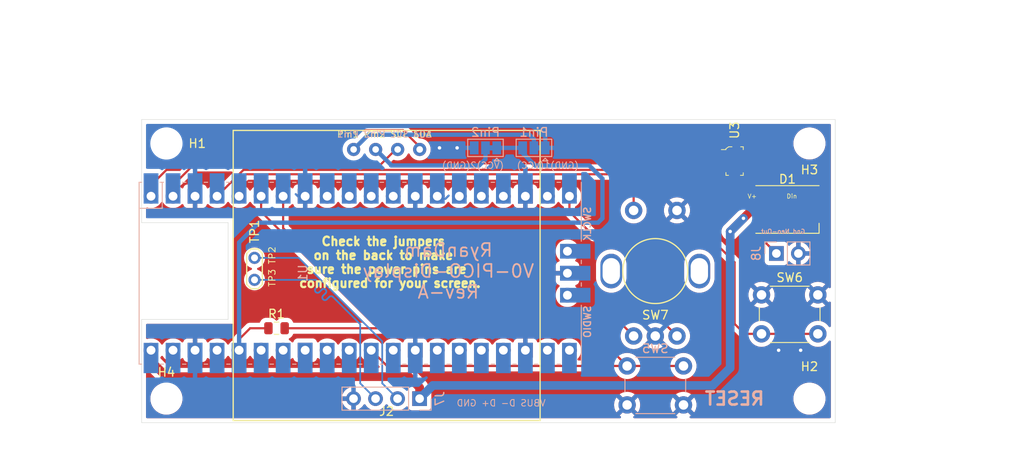
<source format=kicad_pcb>
(kicad_pcb (version 20211014) (generator pcbnew)
  (layers (0 "F.Cu" signal) (31 "B.Cu" signal) (34 "B.Paste" user) (35 "F.Paste" user) (36 "B.SilkS" user "B.Silkscreen") (37 "F.SilkS" user "F.Silkscreen") (38 "B.Mask" user) (39 "F.Mask" user) (44 "Edge.Cuts" user))
  (net 0 "")
  (net 1 "GND")
  (net 2 "VBUS")
  (net 3 "+3V3")
  (net 4 "D+")
  (net 5 "D-")
  (net 6 "SDA")
  (net 7 "SCL")
  (net 8 "SWDCLK")
  (net 9 "SWDIO")
  (net 10 "Net-(D1-Pad4)")
  (net 11 "Kill_Switch")
  (net 12 "NeoPixel")
  (net 13 "~{Reset}")
  (net 14 "Net-(D1-Pad2)")
  (net 15 "Pin2")
  (net 16 "Pin1")
  (net 17 "Encoder_Switch")
  (net 18 "Encoder_B")
  (net 19 "Encoder_A")
  (net 21 "unconnected-(U1-Pad14)")
  (footprint "MountingHole:MountingHole_2.7mm_M2.5" (layer "F.Cu") (at 162.2 81.882)
    (fp_text reference "H2" (at 0 -3.7) (layer "F.SilkS"))
    (fp_text value "MountingHole")
    (pad "" np_thru_hole circle (at 0 0) (size 2.7 2.7) (drill 2.7) (layers *.Cu *.Mask))
  )
  (footprint "MountingHole:MountingHole_2.7mm_M2.5" (layer "F.Cu") (at 162.2 52.418)
    (fp_text reference "H3" (at 0 3.048) (layer "F.SilkS"))
    (fp_text value "MountingHole")
    (pad "" np_thru_hole circle (at 0 0) (size 2.7 2.7) (drill 2.7) (layers *.Cu *.Mask))
  )
  (footprint "V0-Display:SW_PUSH_6mm" (layer "F.Cu") (at 156.67 69.9)
    (fp_text reference "SW6" (at 3.25 -2) (layer "F.SilkS"))
    (fp_text value "SW_SPST")
    (fp_line (start 6.75 3) (end 6.75 1.5) (layer "F.SilkS") (width 0.12))
    (fp_line (start -0.25 1.5) (end -0.25 3) (layer "F.SilkS") (width 0.12))
    (fp_line (start 5.5 -1) (end 1 -1) (layer "F.SilkS") (width 0.12))
    (fp_line (start 1 5.5) (end 5.5 5.5) (layer "F.SilkS") (width 0.12))
    (pad "1" thru_hole circle locked (at 0 0 90) (size 2 2) (drill 1.1) (layers *.Cu *.Mask) (net 1 "GND"))
    (pad "1" thru_hole circle locked (at 6.5 0 90) (size 2 2) (drill 1.1) (layers *.Cu *.Mask) (net 1 "GND"))
    (pad "2" thru_hole circle locked (at 6.5 4.5 90) (size 2 2) (drill 1.1) (layers *.Cu *.Mask) (net 11 "Kill_Switch"))
    (pad "2" thru_hole circle locked (at 0 4.5 90) (size 2 2) (drill 1.1) (layers *.Cu *.Mask) (net 11 "Kill_Switch"))
  )
  (footprint "V0-Display:EN11_Encoder" (layer "F.Cu") (at 144.42 67.15)
    (fp_text reference "SW7" (at 0 5.08) (layer "F.SilkS"))
    (fp_text value "Rotary_Encoder_Switch")
    (fp_circle (center 0 0) (end 3.75 0) (layer "F.SilkS") (width 0.15) (fill none))
    (pad "A" thru_hole circle locked (at -2.5 7.5) (size 2 2) (drill 1.1) (layers *.Cu *.Mask) (net 19 "Encoder_A"))
    (pad "B" thru_hole circle locked (at 2.5 7.5) (size 2 2) (drill 1.1) (layers *.Cu *.Mask) (net 18 "Encoder_B"))
    (pad "C" thru_hole circle locked (at 0 7.5) (size 2 2) (drill 1.1) (layers *.Cu *.Mask) (net 1 "GND"))
    (pad "MP" thru_hole oval locked (at 5.08 0 180) (size 2.5 4) (drill oval 2 3) (layers *.Cu *.Mask))
    (pad "MP" thru_hole oval locked (at -5.08 0) (size 2.5 4) (drill oval 2 3) (layers *.Cu *.Mask))
    (pad "S1" thru_hole circle locked (at -2.5 -7) (size 2 2) (drill 1.1) (layers *.Cu *.Mask) (net 17 "Encoder_Switch"))
    (pad "S2" thru_hole circle locked (at 2.5 -7) (size 2 2) (drill 1.1) (layers *.Cu *.Mask) (net 1 "GND"))
  )
  (footprint "MountingHole:MountingHole_2.7mm_M2.5" (layer "F.Cu") (at 88.032 81.882)
    (fp_text reference "H4" (at 0 -3.048) (layer "F.SilkS"))
    (fp_text value "MountingHole")
    (pad "" np_thru_hole circle (at 0 0) (size 2.7 2.7) (drill 2.7) (layers *.Cu *.Mask))
  )
  (footprint "MountingHole:MountingHole_2.7mm_M2.5" (layer "F.Cu") (at 88.032 52.418)
    (fp_text reference "H1" (at 3.556 0) (layer "F.SilkS"))
    (fp_text value "MountingHole")
    (pad "" np_thru_hole circle (at 0 0) (size 2.7 2.7) (drill 2.7) (layers *.Cu *.Mask))
  )
  (footprint "V0-Display:LED_WS2812B_PLCC4_5.0x5.0mm_P3.2mm" (layer "F.Cu") (at 159.66 60.038)
    (fp_text reference "D1" (at 0 -3.5) (layer "F.SilkS"))
    (fp_text value "WS2812B")
    (fp_line (start -3.65 2.75) (end 3.65 2.75) (layer "F.SilkS") (width 0.12))
    (fp_line (start -3.65 -2.75) (end 3.65 -2.75) (layer "F.SilkS") (width 0.12))
    (fp_line (start 3.65 2.75) (end 3.65 1.6) (layer "F.SilkS") (width 0.12))
    (pad "1" smd rect locked (at -2.45 -1.6) (size 1.5 1) (layers "F.Cu" "F.Paste" "F.Mask") (net 2 "VBUS"))
    (pad "2" smd rect locked (at -2.45 1.6) (size 1.5 1) (layers "F.Cu" "F.Paste" "F.Mask") (net 14 "Net-(D1-Pad2)"))
    (pad "3" smd rect locked (at 2.45 1.6) (size 1.5 1) (layers "F.Cu" "F.Paste" "F.Mask") (net 1 "GND"))
    (pad "4" smd rect locked (at 2.45 -1.6) (size 1.5 1) (layers "F.Cu" "F.Paste" "F.Mask") (net 10 "Net-(D1-Pad4)"))
  )
  (footprint "TestPoint:TestPoint_2Pads_Pitch2.54mm_Drill0.8mm" (layer "F.Cu") (at 98.192 65.626 -90)
    (fp_text reference "TP1" (at -3.048 0 90) (layer "F.SilkS"))
    (fp_text value "SerialPad")
    (fp_line (start 3.07 -0.9) (end 3.57 -0.4) (layer "F.SilkS") (width 0.15))
    (fp_line (start 3.07 0.9) (end -0.53 0.9) (layer "F.SilkS") (width 0.15))
    (fp_line (start -0.53 -0.9) (end 3.07 -0.9) (layer "F.SilkS") (width 0.15))
    (fp_line (start -1.03 0.4) (end -1.03 -0.4) (layer "F.SilkS") (width 0.15))
    (fp_line (start 3.57 -0.4) (end 3.57 0.4) (layer "F.SilkS") (width 0.15))
    (fp_line (start -0.53 0.9) (end -1.03 0.4) (layer "F.SilkS") (width 0.15))
    (fp_line (start 3.57 0.4) (end 3.07 0.9) (layer "F.SilkS") (width 0.15))
    (fp_line (start -1.03 -0.4) (end -0.53 -0.9) (layer "F.SilkS") (width 0.15))
    (pad "1" thru_hole circle (at 0 0 270) (size 1.4 1.4) (drill 0.8) (layers *.Cu *.Mask) (net 5 "D-"))
    (pad "2" thru_hole circle (at 2.54 0 270) (size 1.4 1.4) (drill 0.8) (layers *.Cu *.Mask) (net 4 "D+"))
  )
  (footprint "V0-Display:SOT-753" (layer "F.Cu") (at 153.564 54.45 -90)
    (fp_text reference "U3" (at -3.556 0 90) (layer "F.SilkS"))
    (fp_text value "74LVC1G17")
    (fp_line (start -1.325 -1) (end -1.65 -1) (layer "F.SilkS") (width 0.1))
    (fp_line (start -1.65 -1) (end -1.65 -0.7) (layer "F.SilkS") (width 0.1))
    (fp_line (start -1.65 0.675) (end -1.425 1) (layer "F.SilkS") (width 0.1))
    (fp_line (start -1.425 1) (end -1.325 1) (layer "F.SilkS") (width 0.1))
    (fp_line (start 1.65 1) (end 1.65 0.7) (layer "F.SilkS") (width 0.1))
    (fp_line (start 1.65 -1) (end 1.65 -0.675) (layer "F.SilkS") (width 0.1))
    (fp_line (start 1.325 1) (end 1.65 1) (layer "F.SilkS") (width 0.1))
    (fp_line (start -1.65 0.675) (end -1.65 0.3) (layer "F.SilkS") (width 0.1))
    (fp_line (start -1.325 1) (end -1.325 1.525) (layer "F.SilkS") (width 0.1))
    (fp_line (start 1.35 -1) (end 1.65 -1) (layer "F.SilkS") (width 0.1))
    (pad "1" smd rect locked (at -0.95 1.35 270) (size 0.6 1.05) (layers "F.Cu" "F.Paste" "F.Mask"))
    (pad "2" smd rect locked (at 0 1.35 270) (size 0.6 1.05) (layers "F.Cu" "F.Paste" "F.Mask") (net 12 "NeoPixel"))
    (pad "3" smd rect locked (at 0.95 1.35 270) (size 0.6 1.05) (layers "F.Cu" "F.Paste" "F.Mask") (net 1 "GND"))
    (pad "4" smd rect locked (at 0.95 -1.35 270) (size 0.6 1.05) (layers "F.Cu" "F.Paste" "F.Mask") (net 10 "Net-(D1-Pad4)"))
    (pad "5" smd rect locked (at -0.95 -1.35 270) (size 0.6 1.05) (layers "F.Cu" "F.Paste" "F.Mask") (net 2 "VBUS"))
  )
  (footprint "V0-Display:1pt3in_OLED" (layer "F.Cu") (at 113.432 53.108)
    (fp_text reference "J2" (at 0 30.25) (layer "F.SilkS"))
    (fp_text value "I2C Header 1")
    (fp_line (start -17.7 -2.2) (end 17.7 -2.2) (layer "F.SilkS") (width 0.15))
    (fp_line (start 17.7 -2.2) (end 17.7 31.3) (layer "F.SilkS") (width 0.15))
    (fp_line (start -17.7 -2.2) (end -17.7 31.3) (layer "F.SilkS") (width 0.15))
    (fp_line (start -17.7 31.3) (end 17.7 31.3) (layer "F.SilkS") (width 0.15))
    (pad "1" thru_hole circle locked (at -3.81 0) (size 1.524 1.524) (drill 0.762) (layers *.Cu *.Mask) (net 16 "Pin1"))
    (pad "2" thru_hole circle locked (at -1.27 0) (size 1.524 1.524) (drill 0.762) (layers *.Cu *.Mask) (net 15 "Pin2"))
    (pad "3" thru_hole circle locked (at 1.27 0) (size 1.524 1.524) (drill 0.762) (layers *.Cu *.Mask) (net 7 "SCL"))
    (pad "4" thru_hole circle locked (at 3.81 0) (size 1.524 1.524) (drill 0.762) (layers *.Cu *.Mask) (net 6 "SDA"))
  )
  (footprint "V0-Display:R_0805_2012Metric" (layer "F.Cu") (at 100.732 73.754)
    (fp_text reference "R1" (at 0 -1.65) (layer "F.SilkS"))
    (fp_text value "10K")
    (fp_line (start -0.258578 -0.71) (end 0.258578 -0.71) (layer "F.SilkS") (width 0.12))
    (fp_line (start -0.258578 0.71) (end 0.258578 0.71) (layer "F.SilkS") (width 0.12))
    (pad "1" smd roundrect locked (at -0.9375 0) (size 0.975 1.4) (layers "F.Cu" "F.Paste" "F.Mask") (net 3 "+3V3"))
    (pad "2" smd roundrect locked (at 0.9375 0) (size 0.975 1.4) (layers "F.Cu" "F.Paste" "F.Mask") (net 13 "~{Reset}"))
  )
  (footprint "V0-Display:PinHeader_1x04_P2.54mm_Vertical" (layer "B.Cu") (at 117.232 81.882 90)
    (fp_text reference "J7" (at 0 2.33 90) (layer "B.SilkS") (effects (justify mirror)))
    (fp_text value "USB_Header")
    (fp_line (start -1.33 0) (end -1.33 1.33) (layer "B.SilkS") (width 0.12))
    (fp_line (start -1.33 -1.27) (end -1.33 -8.95) (layer "B.SilkS") (width 0.12))
    (fp_line (start -1.33 -8.95) (end 1.33 -8.95) (layer "B.SilkS") (width 0.12))
    (fp_line (start -1.33 -1.27) (end 1.33 -1.27) (layer "B.SilkS") (width 0.12))
    (fp_line (start -1.33 1.33) (end 0 1.33) (layer "B.SilkS") (width 0.12))
    (fp_line (start 1.33 -1.27) (end 1.33 -8.95) (layer "B.SilkS") (width 0.12))
    (pad "1" thru_hole rect locked (at 0 0 90) (size 1.7 1.7) (drill 1) (layers *.Cu *.Mask) (net 2 "VBUS"))
    (pad "2" thru_hole oval locked (at 0 -2.54 90) (size 1.7 1.7) (drill 1) (layers *.Cu *.Mask) (net 5 "D-"))
    (pad "3" thru_hole oval locked (at 0 -5.08 90) (size 1.7 1.7) (drill 1) (layers *.Cu *.Mask) (net 4 "D+"))
    (pad "4" thru_hole oval locked (at 0 -7.62 90) (size 1.7 1.7) (drill 1) (layers *.Cu *.Mask) (net 1 "GND"))
  )
  (footprint "V0-Display:SW_PUSH_6mm" (layer "B.Cu") (at 147.67 78.108 180)
    (fp_text reference "SW5" (at 3.25 2) (layer "B.SilkS") (effects (justify mirror)))
    (fp_text value "SW_SPST")
    (fp_line (start 5.5 1) (end 1 1) (layer "B.SilkS") (width 0.12))
    (fp_line (start 1 -5.5) (end 5.5 -5.5) (layer "B.SilkS") (width 0.12))
    (fp_line (start -0.25 -1.5) (end -0.25 -3) (layer "B.SilkS") (width 0.12))
    (fp_line (start 6.75 -3) (end 6.75 -1.5) (layer "B.SilkS") (width 0.12))
    (pad "1" thru_hole circle locked (at 0 0 90) (size 2 2) (drill 1.1) (layers *.Cu *.Mask) (net 13 "~{Reset}"))
    (pad "1" thru_hole circle locked (at 6.5 0 90) (size 2 2) (drill 1.1) (layers *.Cu *.Mask) (net 13 "~{Reset}"))
    (pad "2" thru_hole circle locked (at 0 -4.5 90) (size 2 2) (drill 1.1) (layers *.Cu *.Mask) (net 1 "GND"))
    (pad "2" thru_hole circle locked (at 6.5 -4.5 90) (size 2 2) (drill 1.1) (layers *.Cu *.Mask) (net 1 "GND"))
  )
  (footprint "V0-Display:SolderJumper-3_P1.3mm_Bridged12_Pad1.0x1.5mm" (layer "B.Cu") (at 124.832 52.926 180)
    (fp_text reference "Pin2" (at 0 1.8) (layer "B.SilkS") (effects (justify mirror)))
    (fp_text value "Pin2")
    (fp_poly (pts (xy -0.9 0.3) (xy -0.4 0.3) (xy -0.4 -0.3) (xy -0.9 -0.3)) (layer "B.Cu") (width 0) (fill solid))
    (fp_line (start 2.05 1) (end 2.05 -1) (layer "B.SilkS") (width 0.12))
    (fp_line (start -1.3 -1.2) (end -1 -1.5) (layer "B.SilkS") (width 0.12))
    (fp_line (start -1.6 -1.5) (end -1 -1.5) (layer "B.SilkS") (width 0.12))
    (fp_line (start -1.3 -1.2) (end -1.6 -1.5) (layer "B.SilkS") (width 0.12))
    (fp_line (start -2.05 1) (end 2.05 1) (layer "B.SilkS") (width 0.12))
    (fp_line (start 2.05 -1) (end -2.05 -1) (layer "B.SilkS") (width 0.12))
    (fp_line (start -2.05 -1) (end -2.05 1) (layer "B.SilkS") (width 0.12))
    (pad "1" smd rect locked (at -1.3 0 180) (size 1 1.5) (layers "B.Cu" "B.Mask") (net 3 "+3V3"))
    (pad "2" smd rect locked (at 0 0 180) (size 1 1.5) (layers "B.Cu" "B.Mask") (net 15 "Pin2"))
    (pad "3" smd rect locked (at 1.3 0 180) (size 1 1.5) (layers "B.Cu" "B.Mask") (net 1 "GND"))
  )
  (footprint "V0-Display:PinHeader_1x02_P2.54mm_Vertical" (layer "B.Cu") (at 158.385 65.118 -90)
    (fp_text reference "J8" (at 0 2.33 90) (layer "B.SilkS") (effects (justify mirror)))
    (fp_text value "Conn_01x02")
    (fp_line (start -1.33 0) (end -1.33 1.33) (layer "B.SilkS") (width 0.12))
    (fp_line (start -1.33 -1.27) (end -1.33 -3.87) (layer "B.SilkS") (width 0.12))
    (fp_line (start -1.33 -1.27) (end 1.33 -1.27) (layer "B.SilkS") (width 0.12))
    (fp_line (start -1.33 1.33) (end 0 1.33) (layer "B.SilkS") (width 0.12))
    (fp_line (start 1.33 -1.27) (end 1.33 -3.87) (layer "B.SilkS") (width 0.12))
    (fp_line (start -1.33 -3.87) (end 1.33 -3.87) (layer "B.SilkS") (width 0.12))
    (pad "1" thru_hole rect locked (at 0 0 270) (size 1.7 1.7) (drill 1) (layers *.Cu *.Mask) (net 14 "Net-(D1-Pad2)"))
    (pad "2" thru_hole oval locked (at 0 -2.54 270) (size 1.7 1.7) (drill 1) (layers *.Cu *.Mask) (net 1 "GND"))
  )
  (footprint "V0-Display:SolderJumper-3_P1.3mm_Bridged12_Pad1.0x1.5mm" (layer "B.Cu") (at 130.42 52.926 180)
    (fp_text reference "Pin1" (at 0 1.8) (layer "B.SilkS") (effects (justify mirror)))
    (fp_text value "Pin1")
    (fp_poly (pts (xy -0.9 0.3) (xy -0.4 0.3) (xy -0.4 -0.3) (xy -0.9 -0.3)) (layer "B.Cu") (width 0) (fill solid))
    (fp_line (start -2.05 1) (end 2.05 1) (layer "B.SilkS") (width 0.12))
    (fp_line (start -1.3 -1.2) (end -1.6 -1.5) (layer "B.SilkS") (width 0.12))
    (fp_line (start -1.3 -1.2) (end -1 -1.5) (layer "B.SilkS") (width 0.12))
    (fp_line (start -2.05 -1) (end -2.05 1) (layer "B.SilkS") (width 0.12))
    (fp_line (start -1.6 -1.5) (end -1 -1.5) (layer "B.SilkS") (width 0.12))
    (fp_line (start 2.05 1) (end 2.05 -1) (layer "B.SilkS") (width 0.12))
    (fp_line (start 2.05 -1) (end -2.05 -1) (layer "B.SilkS") (width 0.12))
    (pad "1" smd rect locked (at -1.3 0 180) (size 1 1.5) (layers "B.Cu" "B.Mask") (net 1 "GND"))
    (pad "2" smd rect locked (at 0 0 180) (size 1 1.5) (layers "B.Cu" "B.Mask") (net 16 "Pin1"))
    (pad "3" smd rect locked (at 1.3 0 180) (size 1 1.5) (layers "B.Cu" "B.Mask") (net 3 "+3V3"))
  )
  (footprint "MCU_RaspberryPi_and_Boards:RPi_Pico_SMD_TH" (layer "B.Cu") (at 110.384 67.4 -90)
    (fp_text reference "U1" (at 0 6.604 90) (layer "B.SilkS") (effects (justify mirror)))
    (fp_text value "Pico")
    (fp_text user "SWCLK" (at -5.7 -26.2 90) (layer "B.SilkS") (effects (font (size 0.8 0.8)) (justify mirror)))
    (fp_text user "SWDIO" (at 5.6 -26.2 90) (layer "B.SilkS") (effects (font (size 0.8 0.8)) (justify mirror)))
    (fp_line (start -10.5 -2.3) (end -10.5 -2.7) (layer "B.SilkS") (width 0.12))
    (fp_line (start 10.5 5.3) (end 10.5 4.9) (layer "B.SilkS") (width 0.12))
    (fp_line (start -10.5 22.833) (end -7.493 22.833) (layer "B.SilkS") (width 0.12))
    (fp_line (start 10.5 -12.5) (end 10.5 -12.9) (layer "B.SilkS") (width 0.12))
    (fp_line (start 10.5 18) (end 10.5 17.6) (layer "B.SilkS") (width 0.12))
    (fp_line (start -10.5 10.4) (end -10.5 10) (layer "B.SilkS") (width 0.12))
    (fp_line (start 10.5 2.7) (end 10.5 2.3) (layer "B.SilkS") (width 0.12))
    (fp_line (start -7.493 22.833) (end -7.493 25.5) (layer "B.SilkS") (width 0.12))
    (fp_line (start -10.5 0.2) (end -10.5 -0.2) (layer "B.SilkS") (width 0.12))
    (fp_line (start 10.5 23.1) (end 10.5 22.7) (layer "B.SilkS") (width 0.12))
    (fp_line (start 10.5 20.5) (end 10.5 20.1) (layer "B.SilkS") (width 0.12))
    (fp_line (start -10.5 23.1) (end -10.5 22.7) (layer "B.SilkS") (width 0.12))
    (fp_line (start -10.5 25.5) (end 10.5 25.5) (layer "B.SilkS") (width 0.12))
    (fp_line (start 10.5 -15.1) (end 10.5 -15.5) (layer "B.SilkS") (width 0.12))
    (fp_line (start 10.5 -22.7) (end 10.5 -23.1) (layer "B.SilkS") (width 0.12))
    (fp_line (start -10.5 2.7) (end -10.5 2.3) (layer "B.SilkS") (width 0.12))
    (fp_line (start -10.5 25.5) (end -10.5 25.2) (layer "B.SilkS") (width 0.12))
    (fp_line (start -10.5 15.4) (end -10.5 15) (layer "B.SilkS") (width 0.12))
    (fp_line (start -10.5 -22.7) (end -10.5 -23.1) (layer "B.SilkS") (width 0.12))
    (fp_line (start -10.5 -4.9) (end -10.5 -5.3) (layer "B.SilkS") (width 0.12))
    (fp_line (start -1.5 -25.5) (end -1.1 -25.5) (layer "B.SilkS") (width 0.12))
    (fp_line (start -10.5 18) (end -10.5 17.6) (layer "B.SilkS") (width 0.12))
    (fp_line (start 10.5 12.9) (end 10.5 12.5) (layer "B.SilkS") (width 0.12))
    (fp_line (start 10.5 0.2) (end 10.5 -0.2) (layer "B.SilkS") (width 0.12))
    (fp_line (start -10.5 5.3) (end -10.5 4.9) (layer "B.SilkS") (width 0.12))
    (fp_line (start -10.5 -17.6) (end -10.5 -18) (layer "B.SilkS") (width 0.12))
    (fp_line (start 10.5 -10) (end 10.5 -10.4) (layer "B.SilkS") (width 0.12))
    (fp_line (start 1.1 -25.5) (end 1.5 -25.5) (layer "B.SilkS") (width 0.12))
    (fp_line (start 10.5 -25.5) (end 3.7 -25.5) (layer "B.SilkS") (width 0.12))
    (fp_line (start -10.5 -12.5) (end -10.5 -12.9) (layer "B.SilkS") (width 0.12))
    (fp_line (start -10.5 -10) (end -10.5 -10.4) (layer "B.SilkS") (width 0.12))
    (fp_line (start 10.5 -2.3) (end 10.5 -2.7) (layer "B.SilkS") (width 0.12))
    (fp_line (start 10.5 -4.9) (end 10.5 -5.3) (layer "B.SilkS") (width 0.12))
    (fp_line (start 10.5 15.4) (end 10.5 15) (layer "B.SilkS") (width 0.12))
    (fp_line (start -10.5 -15.1) (end -10.5 -15.5) (layer "B.SilkS") (width 0.12))
    (fp_line (start -10.5 20.5) (end -10.5 20.1) (layer "B.SilkS") (width 0.12))
    (fp_line (start -10.5 -20.1) (end -10.5 -20.5) (layer "B.SilkS") (width 0.12))
    (fp_line (start -10.5 12.9) (end -10.5 12.5) (layer "B.SilkS") (width 0.12))
    (fp_line (start 10.5 10.4) (end 10.5 10) (layer "B.SilkS") (width 0.12))
    (fp_line (start 10.5 -17.6) (end 10.5 -18) (layer "B.SilkS") (width 0.12))
    (fp_line (start -10.5 7.8) (end -10.5 7.4) (layer "B.SilkS") (width 0.12))
    (fp_line (start 10.5 7.8) (end 10.5 7.4) (layer "B.SilkS") (width 0.12))
    (fp_line (start 10.5 25.5) (end 10.5 25.2) (layer "B.SilkS") (width 0.12))
    (fp_line (start -3.7 -25.5) (end -10.5 -25.5) (layer "B.SilkS") (width 0.12))
    (fp_line (start -10.5 -7.4) (end -10.5 -7.8) (layer "B.SilkS") (width 0.12))
    (fp_line (start 10.5 -20.1) (end 10.5 -20.5) (layer "B.SilkS") (width 0.12))
    (fp_line (start 10.5 -7.4) (end 10.5 -7.8) (layer "B.SilkS") (width 0.12))
    (pad "" np_thru_hole oval (at -2.725 24 270) (size 1.8 1.8) (drill 1.8) (layers *.Cu *.Mask))
    (pad "" np_thru_hole oval (at 2.725 24 270) (size 1.8 1.8) (drill 1.8) (layers *.Cu *.Mask))
    (pad "" np_thru_hole oval (at -2.425 20.97 270) (size 1.5 1.5) (drill 1.5) (layers *.Cu *.Mask))
    (pad "" np_thru_hole oval (at 2.425 20.97 270) (size 1.5 1.5) (drill 1.5) (layers *.Cu *.Mask))
    (pad "1" smd rect (at -8.89 24.13 270) (size 3.5 1.7) (drill (offset -0.9 0)) (layers "B.Cu" "B.Mask") (net 6 "SDA"))
    (pad "1" thru_hole oval (at -8.89 24.13 270) (size 1.7 1.7) (drill 1.02) (layers *.Cu *.Mask) (net 6 "SDA"))
    (pad "2" smd rect (at -8.89 21.59 270) (size 3.5 1.7) (drill (offset -0.9 0)) (layers "B.Cu" "B.Mask") (net 7 "SCL"))
    (pad "2" thru_hole oval (at -8.89 21.59 270) (size 1.7 1.7) (drill 1.02) (layers *.Cu *.Mask) (net 7 "SCL"))
    (pad "3" thru_hole rect (at -8.89 19.05 270) (size 1.7 1.7) (drill 1.02) (layers *.Cu *.Mask) (net 1 "GND"))
    (pad "3" smd rect (at -8.89 19.05 270) (size 3.5 1.7) (drill (offset -0.9 0)) (layers "B.Cu" "B.Mask") (net 1 "GND"))
    (pad "4" thru_hole oval (at -8.89 16.51 270) (size 1.7 1.7) (drill 1.02) (layers *.Cu *.Mask) (net 12 "NeoPixel"))
    (pad "4" smd rect (at -8.89 16.51 270) (size 3.5 1.7) (drill (offset -0.9 0)) (layers "B.Cu" "B.Mask") (net 12 "NeoPixel"))
    (pad "5" thru_hole oval (at -8.89 13.97 270) (size 1.7 1.7) (drill 1.02) (layers *.Cu *.Mask) (net 17 "Encoder_Switch"))
    (pad "5" smd rect (at -8.89 13.97 270) (size 3.5 1.7) (drill (offset -0.9 0)) (layers "B.Cu" "B.Mask") (net 17 "Encoder_Switch"))
    (pad "6" smd rect (at -8.89 11.43 270) (size 3.5 1.7) (drill (offset -0.9 0)) (layers "B.Cu" "B.Mask") (net 19 "Encoder_A"))
    (pad "6" thru_hole oval (at -8.89 11.43 270) (size 1.7 1.7) (drill 1.02) (layers *.Cu *.Mask) (net 19 "Encoder_A"))
    (pad "7" smd rect (at -8.89 8.89 270) (size 3.5 1.7) (drill (offset -0.9 0)) (layers "B.Cu" "B.Mask") (net 18 "Encoder_B"))
    (pad "7" thru_hole oval (at -8.89 8.89 270) (size 1.7 1.7) (drill 1.02) (layers *.Cu *.Mask) (net 18 "Encoder_B"))
    (pad "8" thru_hole rect (at -8.89 6.35 270) (size 1.7 1.7) (drill 1.02) (layers *.Cu *.Mask) (net 1 "GND"))
    (pad "8" smd rect (at -8.89 6.35 270) (size 3.5 1.7) (drill (offset -0.9 0)) (layers "B.Cu" "B.Mask") (net 1 "GND"))
    (pad "9" thru_hole oval (at -8.89 3.81 270) (size 1.7 1.7) (drill 1.02) (layers *.Cu *.Mask))
    (pad "9" smd rect (at -8.89 3.81 270) (size 3.5 1.7) (drill (offset -0.9 0)) (layers "B.Cu" "B.Mask"))
    (pad "10" smd rect (at -8.89 1.27 270) (size 3.5 1.7) (drill (offset -0.9 0)) (layers "B.Cu" "B.Mask"))
    (pad "10" thru_hole oval (at -8.89 1.27 270) (size 1.7 1.7) (drill 1.02) (layers *.Cu *.Mask))
    (pad "11" thru_hole oval (at -8.89 -1.27 270) (size 1.7 1.7) (drill 1.02) (layers *.Cu *.Mask))
    (pad "11" smd rect (at -8.89 -1.27 270) (size 3.5 1.7) (drill (offset -0.9 0)) (layers "B.Cu" "B.Mask"))
    (pad "12" smd rect (at -8.89 -3.81 270) (size 3.5 1.7) (drill (offset -0.9 0)) (layers "B.Cu" "B.Mask"))
    (pad "12" thru_hole oval (at -8.89 -3.81 270) (size 1.7 1.7) (drill 1.02) (layers *.Cu *.Mask))
    (pad "13" smd rect (at -8.89 -6.35 270) (size 3.5 1.7) (drill (offset -0.9 0)) (layers "B.Cu" "B.Mask") (net 1 "GND"))
    (pad "13" thru_hole rect (at -8.89 -6.35 270) (size 1.7 1.7) (drill 1.02) (layers *.Cu *.Mask) (net 1 "GND"))
    (pad "14" thru_hole oval (at -8.89 -8.89 270) (size 1.7 1.7) (drill 1.02) (layers *.Cu *.Mask) (net 21 "unconnected-(U1-Pad14)"))
    (pad "14" smd rect (at -8.89 -8.89 270) (size 3.5 1.7) (drill (offset -0.9 0)) (layers "B.Cu" "B.Mask") (net 21 "unconnected-(U1-Pad14)"))
    (pad "15" thru_hole oval (at -8.89 -11.43 270) (size 1.7 1.7) (drill 1.02) (layers *.Cu *.Mask))
    (pad "15" smd rect (at -8.89 -11.43 270) (size 3.5 1.7) (drill (offset -0.9 0)) (layers "B.Cu" "B.Mask"))
    (pad "16" smd rect (at -8.89 -13.97 270) (size 3.5 1.7) (drill (offset -0.9 0)) (layers "B.Cu" "B.Mask"))
    (pad "16" thru_hole oval (at -8.89 -13.97 270) (size 1.7 1.7) (drill 1.02) (layers *.Cu *.Mask))
    (pad "17" smd rect (at -8.89 -16.51 270) (size 3.5 1.7) (drill (offset -0.9 0)) (layers "B.Cu" "B.Mask"))
    (pad "17" thru_hole oval (at -8.89 -16.51 270) (size 1.7 1.7) (drill 1.02) (layers *.Cu *.Mask))
    (pad "18" thru_hole rect (at -8.89 -19.05 270) (size 1.7 1.7) (drill 1.02) (layers *.Cu *.Mask) (net 1 "GND"))
    (pad "18" smd rect (at -8.89 -19.05 270) (size 3.5 1.7) (drill (offset -0.9 0)) (layers "B.Cu" "B.Mask") (net 1 "GND"))
    (pad "19" smd rect (at -8.89 -21.59 270) (size 3.5 1.7) (drill (offset -0.9 0)) (layers "B.Cu" "B.Mask"))
    (pad "19" thru_hole oval (at -8.89 -21.59 270) (size 1.7 1.7) (drill 1.02) (layers *.Cu *.Mask))
    (pad "20" thru_hole oval (at -8.89 -24.13 270) (size 1.7 1.7) (drill 1.02) (layers *.Cu *.Mask) (net 11 "Kill_Switch"))
    (pad "20" smd rect (at -8.89 -24.13 270) (size 3.5 1.7) (drill (offset -0.9 0)) (layers "B.Cu" "B.Mask") (net 11 "Kill_Switch"))
    (pad "21" thru_hole oval (at 8.89 -24.13 270) (size 1.7 1.7) (drill 1.02) (layers *.Cu *.Mask))
    (pad "21" smd rect (at 8.89 -24.13 270) (size 3.5 1.7) (drill (offset 0.9 0)) (layers "B.Cu" "B.Mask"))
    (pad "22" smd rect (at 8.89 -21.59 270) (size 3.5 1.7) (drill (offset 0.9 0)) (layers "B.Cu" "B.Mask"))
    (pad "22" thru_hole oval (at 8.89 -21.59 270) (size 1.7 1.7) (drill 1.02) (layers *.Cu *.Mask))
    (pad "23" smd rect (at 8.89 -19.05 270) (size 3.5 1.7) (drill (offset 0.9 0)) (layers "B.Cu" "B.Mask") (net 1 "GND"))
    (pad "23" thru_hole rect (at 8.89 -19.05 270) (size 1.7 1.7) (drill 1.02) (layers *.Cu *.Mask) (net 1 "GND"))
    (pad "24" smd rect (at 8.89 -16.51 270) (size 3.5 1.7) (drill (offset 0.9 0)) (layers "B.Cu" "B.Mask"))
    (pad "24" thru_hole oval (at 8.89 -16.51 270) (size 1.7 1.7) (drill 1.02) (layers *.Cu *.Mask))
    (pad "25" thru_hole oval (at 8.89 -13.97 270) (size 1.7 1.7) (drill 1.02) (layers *.Cu *.Mask))
    (pad "25" smd rect (at 8.89 -13.97 270) (size 3.5 1.7) (drill (offset 0.9 0)) (layers "B.Cu" "B.Mask"))
    (pad "26" smd rect (at 8.89 -11.43 270) (size 3.5 1.7) (drill (offset 0.9 0)) (layers "B.Cu" "B.Mask"))
    (pad "26" thru_hole oval (at 8.89 -11.43 270) (size 1.7 1.7) (drill 1.02) (layers *.Cu *.Mask))
    (pad "27" smd rect (at 8.89 -8.89 270) (size 3.5 1.7) (drill (offset 0.9 0)) (layers "B.Cu" "B.Mask"))
    (pad "27" thru_hole oval (at 8.89 -8.89 270) (size 1.7 1.7) (drill 1.02) (layers *.Cu *.Mask))
    (pad "28" smd rect (at 8.89 -6.35 270) (size 3.5 1.7) (drill (offset 0.9 0)) (layers "B.Cu" "B.Mask") (net 1 "GND"))
    (pad "28" thru_hole rect (at 8.89 -6.35 270) (size 1.7 1.7) (drill 1.02) (layers *.Cu *.Mask) (net 1 "GND"))
    (pad "29" thru_hole oval (at 8.89 -3.81 270) (size 1.7 1.7) (drill 1.02) (layers *.Cu *.Mask))
    (pad "29" smd rect (at 8.89 -3.81 270) (size 3.5 1.7) (drill (offset 0.9 0)) (layers "B.Cu" "B.Mask"))
    (pad "30" thru_hole oval (at 8.89 -1.27 270) (size 1.7 1.7) (drill 1.02) (layers *.Cu *.Mask) (net 13 "~{Reset}"))
    (pad "30" smd rect (at 8.89 -1.27 270) (size 3.5 1.7) (drill (offset 0.9 0)) (layers "B.Cu" "B.Mask") (net 13 "~{Reset}"))
    (pad "31" thru_hole oval (at 8.89 1.27 270) (size 1.7 1.7) (drill 1.02) (layers *.Cu *.Mask))
    (pad "31" smd rect (at 8.89 1.27 270) (size 3.5 1.7) (drill (offset 0.9 0)) (layers "B.Cu" "B.Mask"))
    (pad "32" thru_hole oval (at 8.89 3.81 270) (size 1.7 1.7) (drill 1.02) (layers *.Cu *.Mask))
    (pad "32" smd rect (at 8.89 3.81 270) (size 3.5 1.7) (drill (offset 0.9 0)) (layers "B.Cu" "B.Mask"))
    (pad "33" thru_hole rect (at 8.89 6.35 270) (size 1.7 1.7) (drill 1.02) (layers *.Cu *.Mask))
    (pad "33" smd rect (at 8.89 6.35 270) (size 3.5 1.7) (drill (offset 0.9 0)) (layers "B.Cu" "B.Mask"))
    (pad "34" thru_hole oval (at 8.89 8.89 270) (size 1.7 1.7) (drill 1.02) (layers *.Cu *.Mask))
    (pad "34" smd rect (at 8.89 8.89 270) (size 3.5 1.7) (drill (offset 0.9 0)) (layers "B.Cu" "B.Mask"))
    (pad "35" smd rect (at 8.89 11.43 270) (size 3.5 1.7) (drill (offset 0.9 0)) (layers "B.Cu" "B.Mask"))
    (pad "35" thru_hole oval (at 8.89 11.43 270) (size 1.7 1.7) (drill 1.02) (layers *.Cu *.Mask))
    (pad "36" smd rect (at 8.89 13.97 270) (size 3.5 1.7) (drill (offset 0.9 0)) (layers "B.Cu" "B.Mask") (net 3 "+3V3"))
    (pad "36" thru_hole oval (at 8.89 13.97 270) (size 1.7 1.7) (drill 1.02) (layers *.Cu *.Mask) (net 3 "+3V3"))
    (pad "37" smd rect (at 8.89 16.51 270) (size 3.5 1.7) (drill (offset 0.9 0)) (layers "B.Cu" "B.Mask"))
    (pad "37" thru_hole oval (at 8.89 16.51 270) (size 1.7 1.7) (drill 1.02) (layers *.Cu *.Mask))
    (pad "38" smd rect (at 8.89 19.05 270) (size 3.5 1.7) (drill (offset 0.9 0)) (layers "B.Cu" "B.Mask") (net 1 "GND"))
    (pad "38" thru_hole rect (at 8.89 19.05 270) (size 1.7 1.7) (drill 1.02) (layers *.Cu *.Mask) (net 1 "GND"))
    (pad "39" smd rect (at 8.89 21.59 270) (size 3.5 1.7) (drill (offset 0.9 0)) (layers "B.Cu" "B.Mask"))
    (pad "39" thru_hole oval (at 8.89 21.59 270) (size 1.7 1.7) (drill 1.02) (layers *.Cu *.Mask))
    (pad "40" smd rect (at 8.89 24.13 270) (size 3.5 1.7) (drill (offset 0.9 0)) (layers "B.Cu" "B.Mask") (net 2 "VBUS"))
    (pad "40" thru_hole oval (at 8.89 24.13 270) (size 1.7 1.7) (drill 1.02) (layers *.Cu *.Mask) (net 2 "VBUS"))
    (pad "41" thru_hole oval (at -2.54 -23.9 270) (size 1.7 1.7) (drill 1.02) (layers *.Cu *.Mask) (net 8 "SWDCLK"))
    (pad "41" smd rect (at -2.54 -23.9 180) (size 3.5 1.7) (drill (offset -0.9 0)) (layers "B.Cu" "B.Mask") (net 8 "SWDCLK"))
    (pad "42" thru_hole rect (at 0 -23.9 270) (size 1.7 1.7) (drill 1.02) (layers *.Cu *.Mask) (net 1 "GND"))
    (pad "42" smd rect (at 0 -23.9 180) (size 3.5 1.7) (drill (offset -0.9 0)) (layers "B.Cu" "B.Mask") (net 1 "GND"))
    (pad "43" thru_hole oval (at 2.54 -23.9 270) (size 1.7 1.7) (drill 1.02) (layers *.Cu *.Mask) (net 9 "SWDIO"))
    (pad "43" smd rect (at 2.54 -23.9 180) (size 3.5 1.7) (drill (offset -0.9 0)) (layers "B.Cu" "B.Mask") (net 9 "SWDIO"))
  )
  (gr_line (start 85.17 61.562) (end 85.17 49.65) (layer "Edge.Cuts") (width 0.05))
  (gr_line (start 165.17 84.65) (end 85.17 84.65) (layer "Edge.Cuts") (width 0.05))
  (gr_line (start 85.17 84.65) (end 85.17 72.738) (layer "Edge.Cuts") (width 0.05))
  (gr_line (start 85.17 61.562) (end 95.144 61.562) (layer "Edge.Cuts") (width 0.05))
  (gr_line (start 85.17 72.738) (end 95.144 72.738) (layer "Edge.Cuts") (width 0.05))
  (gr_line (start 95.144 61.562) (end 95.144 72.738) (layer "Edge.Cuts") (width 0.05))
  (gr_line (start 85.17 49.65) (end 165.17 49.65) (layer "Edge.Cuts") (width 0.05))
  (gr_line (start 165.17 49.65) (end 165.17 84.65) (layer "Edge.Cuts") (width 0.05))
  (gr_text "SDA SCL Pin2 Pin1" (at 113.17 51.348) (layer "B.SilkS") (effects (font (size 0.75 0.75) (thickness 0.1)) (justify mirror)))
  (gr_text "(GND)1(VCC)" (at 132.02 54.958) (layer "B.SilkS") (effects (font (size 0.75 0.75) (thickness 0.1)) (justify mirror)))
  (gr_text "RESET" (at 153.564 81.882) (layer "B.SilkS") (effects (font (size 1.5 1.5) (thickness 0.3)) (justify mirror)))
  (gr_text "RyanDam\nV0-PICO-Display\nRev-A" (at 120.544 67.15) (layer "B.SilkS") (effects (font (size 1.5 1.5) (thickness 0.2)) (justify mirror)))
  (gr_text "Gnd Neo-Out" (at 159.152 62.578) (layer "B.SilkS") (effects (font (size 0.5 0.5) (thickness 0.1)) (justify mirror)))
  (gr_text "(VCC)2(GND)" (at 123.384 54.958) (layer "B.SilkS") (effects (font (size 0.75 0.75) (thickness 0.1)) (justify mirror)))
  (gr_text "VBUS D- D+ GND" (at 126.64 82.39) (layer "B.SilkS") (effects (font (size 0.75 0.75) (thickness 0.1)) (justify mirror)))
  (gr_text "V+" (at 155.596 58.514) (layer "F.SilkS") (effects (font (size 0.5 0.5) (thickness 0.075))))
  (gr_text "Pin1 Pin2 SCL SDA" (at 113.17 51.348) (layer "F.SilkS") (effects (font (size 0.75 0.75) (thickness 0.1))))
  (gr_text "TP3 TP2" (at 100.224 66.642 90) (layer "F.SilkS") (effects (font (size 0.75 0.75) (thickness 0.1))))
  (gr_text "Din" (at 160.168 58.514) (layer "F.SilkS") (effects (font (size 0.5 0.5) (thickness 0.075))))
  (gr_text "Check the jumpers \non the back to make \nsure the power pins are\n configured for your screen." (at 113.432 66.134) (layer "F.SilkS") (effects (font (size 1 1) (thickness 0.25))))
  (via (at 161.184 76.294) (size 0.8) (drill 0.4) (layers "F.Cu" "B.Cu") (net 1))
  (via (at 119.528 52.926) (size 0.8) (drill 0.4) (layers "F.Cu" "B.Cu") (net 1))
  (via (at 158.644 76.294) (size 0.8) (drill 0.4) (layers "F.Cu" "B.Cu") (net 1))
  (via (at 121.56 52.926) (size 0.8) (drill 0.4) (layers "F.Cu" "B.Cu") (net 1))
  (segment (start 103.22 58.54) (end 102.95 58.27) (width 0.25) (layer "B.Cu") (net 1))
  (segment (start 115.972 79.342) (end 117.232 80.602) (width 1) (layer "F.Cu") (net 2))
  (segment (start 157.21 58.438) (end 156.21 58.438) (width 0.25) (layer "F.Cu") (net 2))
  (segment (start 153.564 55.792) (end 153.564 54.85) (width 0.25) (layer "F.Cu") (net 2))
  (segment (start 153.056 62.578) (end 153.07 62.578) (width 1) (layer "F.Cu") (net 2))
  (segment (start 154.587 61.061) (end 157.21 58.438) (width 1) (layer "F.Cu") (net 2))
  (segment (start 88.032 79.342) (end 115.972 79.342) (width 1) (layer "F.Cu") (net 2))
  (segment (start 153.07 62.578) (end 154.587 61.061) (width 1) (layer "F.Cu") (net 2))
  (segment (start 156.21 58.438) (end 153.564 55.792) (width 0.25) (layer "F.Cu") (net 2))
  (segment (start 117.232 81.618) (end 117.232 81.882) (width 0.25) (layer "F.Cu") (net 2))
  (segment (start 86.254 77.564) (end 88.032 79.342) (width 1) (layer "F.Cu") (net 2))
  (segment (start 153.564 54.85) (end 154.914 53.5) (width 0.25) (layer "F.Cu") (net 2))
  (segment (start 117.232 80.602) (end 117.232 81.618) (width 1) (layer "F.Cu") (net 2))
  (segment (start 86.254 76.29) (end 86.254 77.564) (width 1) (layer "F.Cu") (net 2))
  (via (at 153.056 62.578) (size 0.8) (drill 0.4) (layers "F.Cu" "B.Cu") (net 2))
  (via (at 154.587 61.061) (size 0.8) (drill 0.4) (layers "F.Cu" "B.Cu") (net 2))
  (segment (start 153.056 78.326) (end 153.056 62.592) (width 1) (layer "B.Cu") (net 2))
  (segment (start 117.830511 81.283489) (end 118.756 80.358) (width 1) (layer "B.Cu") (net 2))
  (segment (start 118.756 80.358) (end 151.024 80.358) (width 1) (layer "B.Cu") (net 2))
  (segment (start 151.024 80.358) (end 153.056 78.326) (width 1) (layer "B.Cu") (net 2))
  (segment (start 153.056 62.592) (end 154.587 61.061) (width 1) (layer "B.Cu") (net 2))
  (segment (start 117.232 81.882) (end 117.830511 81.283489) (width 0.25) (layer "B.Cu") (net 2))
  (segment (start 96.414 76.29) (end 96.414 75.024) (width 0.25) (layer "F.Cu") (net 3))
  (segment (start 96.414 75.024) (end 97.684 73.754) (width 0.25) (layer "F.Cu") (net 3))
  (segment (start 97.684 73.754) (end 99.7945 73.754) (width 0.25) (layer "F.Cu") (net 3))
  (segment (start 136.8 54.958) (end 130.552978 54.958) (width 0.5) (layer "B.Cu") (net 3))
  (segment (start 130.552978 54.958) (end 129.12 53.525022) (width 0.5) (layer "B.Cu") (net 3))
  (segment (start 137.816 61.562) (end 138.324 61.054) (width 0.5) (layer "B.Cu") (net 3))
  (segment (start 96.414 63.848) (end 98.7 61.562) (width 0.5) (layer "B.Cu") (net 3))
  (segment (start 98.7 61.562) (end 137.816 61.562) (width 0.5) (layer "B.Cu") (net 3))
  (segment (start 129.12 52.926) (end 126.132 52.926) (width 0.5) (layer "B.Cu") (net 3))
  (segment (start 96.414 76.29) (end 96.414 63.848) (width 0.5) (layer "B.Cu") (net 3))
  (segment (start 138.324 56.482) (end 136.8 54.958) (width 0.5) (layer "B.Cu") (net 3))
  (segment (start 138.324 61.054) (end 138.324 56.482) (width 0.5) (layer "B.Cu") (net 3))
  (segment (start 129.12 53.525022) (end 129.12 52.926) (width 0.25) (layer "B.Cu") (net 3))
  (segment (start 105.538007 68.864257) (end 105.538008 68.864256) (width 0.2) (layer "B.Cu") (net 4))
  (segment (start 106.386536 69.712784) (end 106.103693 69.995626) (width 0.2) (layer "B.Cu") (net 4))
  (segment (start 106.386535 69.712785) (end 106.386536 69.712784) (width 0.2) (layer "B.Cu") (net 4))
  (segment (start 106.527957 70.41989) (end 106.810799 70.137047) (width 0.2) (layer "B.Cu") (net 4))
  (segment (start 110.384 73.285984) (end 110.384 80.114) (width 0.2) (layer "B.Cu") (net 4))
  (segment (start 106.386535 69.288519) (end 106.386536 69.28852) (width 0.2) (layer "B.Cu") (net 4))
  (segment (start 98.192 68.166) (end 105.264016 68.166) (width 0.2) (layer "B.Cu") (net 4))
  (segment (start 105.67943 69.571361) (end 105.679429 69.571362) (width 0.2) (layer "B.Cu") (net 4))
  (segment (start 105.264016 68.166) (end 105.538008 68.439992) (width 0.2) (layer "B.Cu") (net 4))
  (segment (start 107.235063 70.137047) (end 107.235064 70.137048) (width 0.2) (layer "B.Cu") (net 4))
  (segment (start 107.235064 70.137048) (end 110.384 73.285984) (width 0.2) (layer "B.Cu") (net 4))
  (segment (start 110.384 80.114) (end 112.152 81.882) (width 0.2) (layer "B.Cu") (net 4))
  (segment (start 105.679429 69.571362) (end 105.962271 69.288519) (width 0.2) (layer "B.Cu") (net 4))
  (segment (start 105.538008 68.864256) (end 105.255165 69.147098) (width 0.2) (layer "B.Cu") (net 4))
  (segment (start 106.527958 70.419889) (end 106.527957 70.41989) (width 0.2) (layer "B.Cu") (net 4))
  (arc (start 106.103693 70.41989) (mid 106.315826 70.507758) (end 106.527958 70.419889) (width 0.2) (layer "B.Cu") (net 4))
  (arc (start 106.103693 69.995626) (mid 106.015825 70.207758) (end 106.103693 70.41989) (width 0.2) (layer "B.Cu") (net 4))
  (arc (start 106.386536 69.28852) (mid 106.474404 69.500653) (end 106.386535 69.712785) (width 0.2) (layer "B.Cu") (net 4))
  (arc (start 106.810799 70.137047) (mid 107.022931 70.049179) (end 107.235063 70.137047) (width 0.2) (layer "B.Cu") (net 4))
  (arc (start 105.255165 69.147098) (mid 105.167297 69.35923) (end 105.255165 69.571362) (width 0.2) (layer "B.Cu") (net 4))
  (arc (start 105.538008 68.439992) (mid 105.625876 68.652125) (end 105.538007 68.864257) (width 0.2) (layer "B.Cu") (net 4))
  (arc (start 105.962271 69.288519) (mid 106.174403 69.200651) (end 106.386535 69.288519) (width 0.2) (layer "B.Cu") (net 4))
  (arc (start 105.255165 69.571362) (mid 105.467298 69.65923) (end 105.67943 69.571361) (width 0.2) (layer "B.Cu") (net 4))
  (segment (start 98.192 65.626) (end 103.289022 65.626) (width 0.2) (layer "B.Cu") (net 5))
  (segment (start 103.289022 65.626) (end 112.924 75.260978) (width 0.2) (layer "B.Cu") (net 5))
  (segment (start 112.924 75.260978) (end 112.924 80.114) (width 0.2) (layer "B.Cu") (net 5))
  (segment (start 112.924 80.114) (end 114.692 81.882) (width 0.2) (layer "B.Cu") (net 5))
  (segment (start 115.324 50.894) (end 117.28 52.85) (width 0.25) (layer "F.Cu") (net 6))
  (segment (start 90.51352 54.50848) (end 105.24552 54.50848) (width 0.25) (layer "F.Cu") (net 6))
  (segment (start 105.24552 54.50848) (end 108.86 50.894) (width 0.25) (layer "F.Cu") (net 6))
  (segment (start 89.556 55.466) (end 90.51352 54.50848) (width 0.25) (layer "F.Cu") (net 6))
  (segment (start 86.254 58.51) (end 86.254 57.244) (width 0.25) (layer "F.Cu") (net 6))
  (segment (start 108.86 50.894) (end 115.324 50.894) (width 0.25) (layer "F.Cu") (net 6))
  (segment (start 86.254 57.244) (end 88.032 55.466) (width 0.25) (layer "F.Cu") (net 6))
  (segment (start 88.032 55.466) (end 89.556 55.466) (width 0.25) (layer "F.Cu") (net 6))
  (segment (start 88.794 57.244) (end 91.02152 55.01648) (width 0.25) (layer "F.Cu") (net 7))
  (segment (start 91.02152 55.01648) (end 112.57352 55.01648) (width 0.25) (layer "F.Cu") (net 7))
  (segment (start 88.794 58.51) (end 88.794 57.244) (width 0.25) (layer "F.Cu") (net 7))
  (segment (start 112.57352 55.01648) (end 114.74 52.85) (width 0.25) (layer "F.Cu") (net 7))
  (segment (start 134.284 69.94) (end 135.893022 69.94) (width 0.25) (layer "B.Cu") (net 9))
  (segment (start 154.914 55.4) (end 157.562 55.4) (width 0.25) (layer "F.Cu") (net 10))
  (segment (start 157.562 55.4) (end 160.6 58.438) (width 0.25) (layer "F.Cu") (net 10))
  (segment (start 160.6 58.438) (end 162.11 58.438) (width 0.25) (layer "F.Cu") (net 10))
  (segment (start 134.514 60.292) (end 137.308 63.086) (width 0.25) (layer "F.Cu") (net 11))
  (segment (start 154.718 74.4) (end 156.67 74.4) (width 0.25) (layer "F.Cu") (net 11))
  (segment (start 153.564 66.134) (end 153.564 73.246) (width 0.25) (layer "F.Cu") (net 11))
  (segment (start 156.67 74.4) (end 163.17 74.4) (width 0.25) (layer "F.Cu") (net 11))
  (segment (start 134.514 58.51) (end 134.514 60.292) (width 0.25) (layer "F.Cu") (net 11))
  (segment (start 150.516 63.086) (end 153.564 66.134) (width 0.25) (layer "F.Cu") (net 11))
  (segment (start 137.308 63.086) (end 150.516 63.086) (width 0.25) (layer "F.Cu") (net 11))
  (segment (start 153.564 73.246) (end 154.718 74.4) (width 0.25) (layer "F.Cu") (net 11))
  (segment (start 147.976 55.466) (end 148.992 54.45) (width 0.25) (layer "F.Cu") (net 12))
  (segment (start 96.918 55.466) (end 147.976 55.466) (width 0.25) (layer "F.Cu") (net 12))
  (segment (start 93.874 58.51) (end 96.918 55.466) (width 0.25) (layer "F.Cu") (net 12))
  (segment (start 148.992 54.45) (end 152.214 54.45) (width 0.25) (layer "F.Cu") (net 12))
  (segment (start 113.472 78.108) (end 141.17 78.108) (width 0.25) (layer "F.Cu") (net 13))
  (segment (start 141.17 78.108) (end 147.67 78.108) (width 0.25) (layer "F.Cu") (net 13))
  (segment (start 101.6695 73.754) (end 136.816 73.754) (width 0.25) (layer "F.Cu") (net 13))
  (segment (start 111.654 76.29) (end 113.472 78.108) (width 0.25) (layer "F.Cu") (net 13))
  (segment (start 136.816 73.754) (end 141.17 78.108) (width 0.25) (layer "F.Cu") (net 13))
  (segment (start 157.21 63.943) (end 158.385 65.118) (width 0.25) (layer "F.Cu") (net 14))
  (segment (start 157.21 61.638) (end 157.21 63.943) (width 0.25) (layer "F.Cu") (net 14))
  (segment (start 113.94 54.958) (end 124.1 54.958) (width 0.5) (layer "B.Cu") (net 15))
  (segment (start 124.1 54.958) (end 124.832 54.226) (width 0.5) (layer "B.Cu") (net 15))
  (segment (start 124.832 54.226) (end 124.832 52.926) (width 0.5) (layer "B.Cu") (net 15))
  (segment (start 113.94 54.886) (end 112.162 53.108) (width 0.5) (layer "B.Cu") (net 15))
  (segment (start 111.328 51.402) (end 109.622 53.108) (width 0.5) (layer "B.Cu") (net 16))
  (segment (start 130.42 51.926) (end 129.896 51.402) (width 0.5) (layer "B.Cu") (net 16))
  (segment (start 130.42 52.926) (end 130.42 51.926) (width 0.5) (layer "B.Cu") (net 16))
  (segment (start 129.896 51.402) (end 111.328 51.402) (width 0.5) (layer "B.Cu") (net 16))
  (segment (start 141.92 58.554) (end 139.34 55.974) (width 0.25) (layer "F.Cu") (net 17))
  (segment (start 97.176 55.974) (end 96.414 56.736) (width 0.25) (layer "F.Cu") (net 17))
  (segment (start 139.34 55.974) (end 97.176 55.974) (width 0.25) (layer "F.Cu") (net 17))
  (segment (start 96.414 56.736) (end 96.414 58.51) (width 0.25) (layer "F.Cu") (net 17))
  (segment (start 141.92 60.15) (end 141.92 58.554) (width 0.25) (layer "F.Cu") (net 17))
  (segment (start 101.494 62.196282) (end 112.035718 72.738) (width 0.25) (layer "F.Cu") (net 18))
  (segment (start 145.008 72.738) (end 146.92 74.65) (width 0.25) (layer "F.Cu") (net 18))
  (segment (start 112.035718 72.738) (end 145.008 72.738) (width 0.25) (layer "F.Cu") (net 18))
  (segment (start 101.494 58.51) (end 101.494 62.196282) (width 0.25) (layer "F.Cu") (net 18))
  (segment (start 98.954 58.51) (end 98.954 60.292) (width 0.25) (layer "F.Cu") (net 19))
  (segment (start 140.516 73.246) (end 141.92 74.65) (width 0.25) (layer "F.Cu") (net 19))
  (segment (start 111.908 73.246) (end 140.516 73.246) (width 0.25) (layer "F.Cu") (net 19))
  (segment (start 98.954 60.292) (end 111.908 73.246) (width 0.25) (layer "F.Cu") (net 19))
  (segment (start 120.205 58.815) (end 120.582 58.438) (width 0.25) (layer "B.Cu") (net 21))
  (zone (net 1) (net_name "GND") (layer "F.Cu") (connect_pads (clearance 0.508)) (min_thickness 0.254) (fill yes (thermal_gap 0.508) (thermal_bridge_width 0.508))
    (polygon (pts (xy 164.74 84.422) (xy 85.492 84.422) (xy 85.492 73.246) (xy 95.652 73.246) (xy 95.652 61.054) (xy 85.492 61.054) (xy 85.492 49.878) (xy 164.74 49.878)))
  )
  (zone (net 1) (net_name "GND") (layer "B.Cu") (connect_pads (clearance 0.508)) (min_thickness 0.254) (fill yes (thermal_gap 0.508) (thermal_bridge_width 0.508))
    (polygon (pts (xy 164.74 49.878) (xy 85.492 49.878) (xy 85.492 61.054) (xy 95.652 61.054) (xy 95.652 73.246) (xy 85.492 73.246) (xy 85.492 84.422) (xy 164.74 84.422)))
  )
)
</source>
